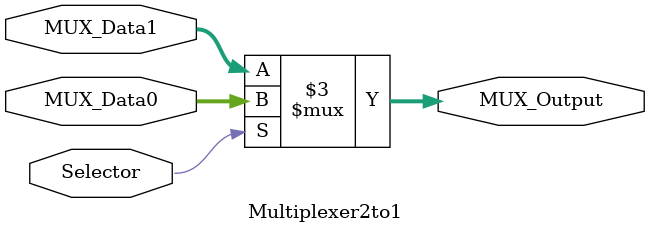
<source format=sv>
/******************************************************************
* Description
*	This is a  an 2to1 multiplexer that can be parameterized in its bit-width.
*	1.0
* Author:
*	Dr. José Luis Pizano Escalante
* email:
*	luispizano@iteso.mx
* Date:
*	01/03/2014
******************************************************************/

module Multiplexer2to1
#(
	parameter NBits=16
)
(
	input Selector,
	input [NBits-1:0] MUX_Data0,
	input [NBits-1:0] MUX_Data1,
	
	output reg [NBits-1:0] MUX_Output

);

	always@(Selector,MUX_Data1,MUX_Data0) begin
		if(Selector)
			MUX_Output = MUX_Data0;
		else
			MUX_Output = MUX_Data1;
	end

endmodule

</source>
